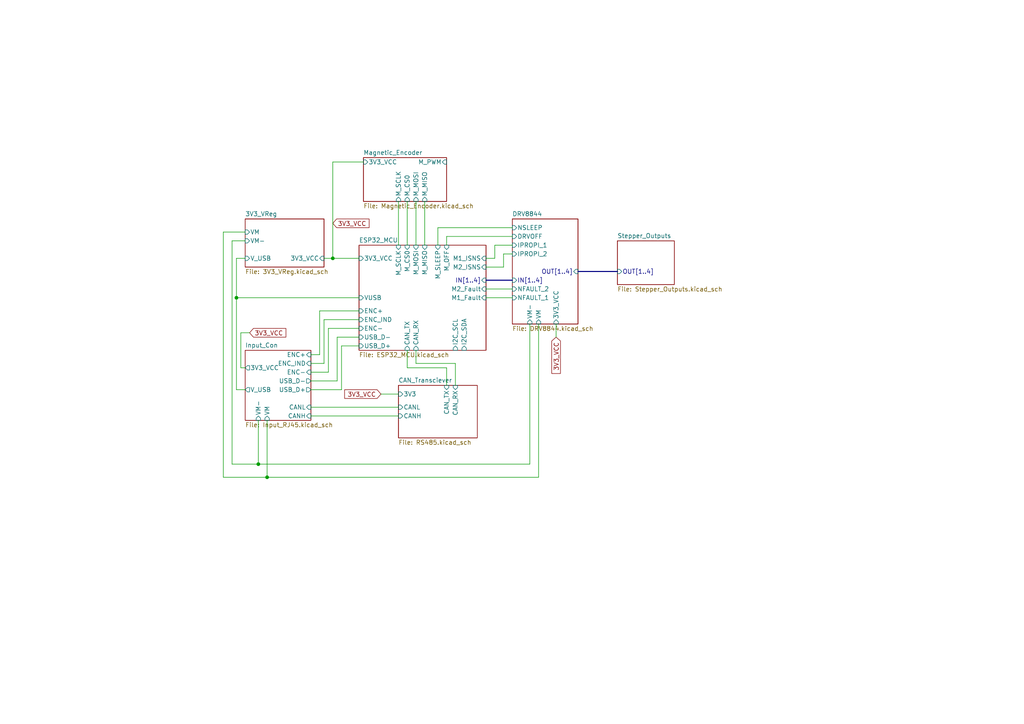
<source format=kicad_sch>
(kicad_sch
	(version 20231120)
	(generator "eeschema")
	(generator_version "8.0")
	(uuid "ab592993-dafc-411a-b466-8e8425f43767")
	(paper "A4")
	(lib_symbols)
	(junction
		(at 77.47 138.43)
		(diameter 0)
		(color 0 0 0 0)
		(uuid "2dbdf8c0-0474-4ad2-8d56-84ba3905a0d4")
	)
	(junction
		(at 96.52 74.93)
		(diameter 0)
		(color 0 0 0 0)
		(uuid "be65843f-c4c1-429d-bd19-075a3fc10091")
	)
	(junction
		(at 74.93 134.62)
		(diameter 0)
		(color 0 0 0 0)
		(uuid "c25271cd-6392-4d64-82e3-22b5c912c643")
	)
	(junction
		(at 68.58 86.36)
		(diameter 0)
		(color 0 0 0 0)
		(uuid "de38df86-096d-4551-adc8-f490a7c31bad")
	)
	(wire
		(pts
			(xy 104.14 97.79) (xy 97.79 97.79)
		)
		(stroke
			(width 0)
			(type default)
		)
		(uuid "06d522e6-e2c3-4907-a334-82d0f67c0fa5")
	)
	(wire
		(pts
			(xy 68.58 74.93) (xy 68.58 86.36)
		)
		(stroke
			(width 0)
			(type default)
		)
		(uuid "0721c6f8-ccd8-4739-aa55-c81b45f78f35")
	)
	(wire
		(pts
			(xy 129.54 106.68) (xy 129.54 111.76)
		)
		(stroke
			(width 0)
			(type default)
		)
		(uuid "07a63e12-417f-4b89-9a10-ec19440a05d8")
	)
	(wire
		(pts
			(xy 69.85 96.52) (xy 69.85 106.68)
		)
		(stroke
			(width 0)
			(type default)
		)
		(uuid "09da7cdb-41b2-4b0e-8dc0-3ffd38ec1750")
	)
	(wire
		(pts
			(xy 120.65 105.41) (xy 132.08 105.41)
		)
		(stroke
			(width 0)
			(type default)
		)
		(uuid "0a3c9737-2581-4f29-8124-a076238c19e4")
	)
	(wire
		(pts
			(xy 68.58 113.03) (xy 71.12 113.03)
		)
		(stroke
			(width 0)
			(type default)
		)
		(uuid "0c784d65-5389-40c1-82bd-9b5ce7f04b49")
	)
	(wire
		(pts
			(xy 129.54 68.58) (xy 148.59 68.58)
		)
		(stroke
			(width 0)
			(type default)
		)
		(uuid "136931db-dff7-4989-827d-76a419467986")
	)
	(wire
		(pts
			(xy 97.79 97.79) (xy 97.79 110.49)
		)
		(stroke
			(width 0)
			(type default)
		)
		(uuid "1421805c-52d3-4acf-8b85-fd7da557fe86")
	)
	(wire
		(pts
			(xy 74.93 121.92) (xy 74.93 134.62)
		)
		(stroke
			(width 0)
			(type default)
		)
		(uuid "1802ecae-9b9c-4bd2-aa2c-336cf4dd5c5a")
	)
	(wire
		(pts
			(xy 104.14 74.93) (xy 96.52 74.93)
		)
		(stroke
			(width 0)
			(type default)
		)
		(uuid "27f05394-22ca-45de-b31f-5d46b66b15d6")
	)
	(wire
		(pts
			(xy 104.14 90.17) (xy 92.71 90.17)
		)
		(stroke
			(width 0)
			(type default)
		)
		(uuid "2a422ff5-0454-4343-8387-e6ed8af6aa4b")
	)
	(wire
		(pts
			(xy 64.77 67.31) (xy 64.77 138.43)
		)
		(stroke
			(width 0)
			(type default)
		)
		(uuid "2c57770e-74bb-4773-9ea3-312807d0ae49")
	)
	(wire
		(pts
			(xy 93.98 92.71) (xy 93.98 105.41)
		)
		(stroke
			(width 0)
			(type default)
		)
		(uuid "2e883a09-1664-4114-ab47-deb706737b81")
	)
	(wire
		(pts
			(xy 120.65 101.6) (xy 120.65 105.41)
		)
		(stroke
			(width 0)
			(type default)
		)
		(uuid "3195ad9e-909e-4f30-ab49-e757394ecc5f")
	)
	(wire
		(pts
			(xy 95.25 107.95) (xy 90.17 107.95)
		)
		(stroke
			(width 0)
			(type default)
		)
		(uuid "3d1df7ac-73fe-4f3d-aad3-6f5d59d0a4bc")
	)
	(wire
		(pts
			(xy 118.11 101.6) (xy 118.11 106.68)
		)
		(stroke
			(width 0)
			(type default)
		)
		(uuid "498a67ad-bc07-440d-9049-673373ae238d")
	)
	(wire
		(pts
			(xy 93.98 74.93) (xy 96.52 74.93)
		)
		(stroke
			(width 0)
			(type default)
		)
		(uuid "5af06905-1b39-4ae0-bbfc-b0144e415830")
	)
	(wire
		(pts
			(xy 123.19 58.42) (xy 123.19 71.12)
		)
		(stroke
			(width 0)
			(type default)
		)
		(uuid "5b6b99f4-5d1b-40c4-8d65-7db1735157b5")
	)
	(wire
		(pts
			(xy 92.71 90.17) (xy 92.71 102.87)
		)
		(stroke
			(width 0)
			(type default)
		)
		(uuid "5e865939-2d04-47ef-9b19-c2de56287947")
	)
	(wire
		(pts
			(xy 96.52 46.99) (xy 105.41 46.99)
		)
		(stroke
			(width 0)
			(type default)
		)
		(uuid "62ceaeb1-6554-4e77-aac4-22a5f7ba1bdc")
	)
	(wire
		(pts
			(xy 90.17 120.65) (xy 115.57 120.65)
		)
		(stroke
			(width 0)
			(type default)
		)
		(uuid "6767032b-5915-4962-9b77-e97ce5a82c1d")
	)
	(wire
		(pts
			(xy 99.06 100.33) (xy 99.06 113.03)
		)
		(stroke
			(width 0)
			(type default)
		)
		(uuid "6fc929dd-42df-4378-a62a-899fe5d6fdd1")
	)
	(wire
		(pts
			(xy 143.51 71.12) (xy 148.59 71.12)
		)
		(stroke
			(width 0)
			(type default)
		)
		(uuid "770d25e2-8f6a-4baf-b762-05f2e4afac7d")
	)
	(wire
		(pts
			(xy 132.08 105.41) (xy 132.08 111.76)
		)
		(stroke
			(width 0)
			(type default)
		)
		(uuid "777a824e-250c-4b2a-9936-7c1c9656c310")
	)
	(wire
		(pts
			(xy 118.11 58.42) (xy 118.11 71.12)
		)
		(stroke
			(width 0)
			(type default)
		)
		(uuid "7a271bfc-bfa1-4dba-b552-cb6e13e4e845")
	)
	(wire
		(pts
			(xy 77.47 138.43) (xy 156.21 138.43)
		)
		(stroke
			(width 0)
			(type default)
		)
		(uuid "7b0f4ecd-d895-48d5-aa6b-3f4798bccff9")
	)
	(wire
		(pts
			(xy 92.71 102.87) (xy 90.17 102.87)
		)
		(stroke
			(width 0)
			(type default)
		)
		(uuid "7f63a0c4-2cab-45ab-9c4a-f330059db122")
	)
	(wire
		(pts
			(xy 115.57 58.42) (xy 115.57 71.12)
		)
		(stroke
			(width 0)
			(type default)
		)
		(uuid "804a64f5-213e-4142-b665-7f6730f6866a")
	)
	(bus
		(pts
			(xy 167.64 78.74) (xy 179.07 78.74)
		)
		(stroke
			(width 0)
			(type default)
		)
		(uuid "867c971c-2561-4ed4-a697-7cedb4fc6290")
	)
	(wire
		(pts
			(xy 104.14 100.33) (xy 99.06 100.33)
		)
		(stroke
			(width 0)
			(type default)
		)
		(uuid "86a604bc-0d7b-48da-bdab-6579b46422f3")
	)
	(wire
		(pts
			(xy 68.58 86.36) (xy 68.58 113.03)
		)
		(stroke
			(width 0)
			(type default)
		)
		(uuid "8b365eb9-07f6-4c1f-8f88-aad1289dae3c")
	)
	(wire
		(pts
			(xy 146.05 73.66) (xy 148.59 73.66)
		)
		(stroke
			(width 0)
			(type default)
		)
		(uuid "8dd6bbac-b920-44f9-b1c0-8b45346e5da3")
	)
	(wire
		(pts
			(xy 140.97 74.93) (xy 143.51 74.93)
		)
		(stroke
			(width 0)
			(type default)
		)
		(uuid "8ec3b624-4de2-48f3-abe5-b54ee1862bb0")
	)
	(wire
		(pts
			(xy 104.14 92.71) (xy 93.98 92.71)
		)
		(stroke
			(width 0)
			(type default)
		)
		(uuid "965c8a32-9e2e-4eae-a966-0ebb114f1b5d")
	)
	(wire
		(pts
			(xy 68.58 86.36) (xy 104.14 86.36)
		)
		(stroke
			(width 0)
			(type default)
		)
		(uuid "981a2ebb-b3d9-44bd-8914-a5707bef17a4")
	)
	(wire
		(pts
			(xy 110.49 114.3) (xy 115.57 114.3)
		)
		(stroke
			(width 0)
			(type default)
		)
		(uuid "98c17dc2-5cfd-4504-920b-2f467df5169c")
	)
	(wire
		(pts
			(xy 140.97 86.36) (xy 148.59 86.36)
		)
		(stroke
			(width 0)
			(type default)
		)
		(uuid "9b6acf08-80d2-42f2-bb9c-3267dcf30aba")
	)
	(wire
		(pts
			(xy 97.79 110.49) (xy 90.17 110.49)
		)
		(stroke
			(width 0)
			(type default)
		)
		(uuid "a10ce9d8-b79d-4814-ba03-0d5ebac0bf75")
	)
	(wire
		(pts
			(xy 67.31 69.85) (xy 67.31 134.62)
		)
		(stroke
			(width 0)
			(type default)
		)
		(uuid "a4e5b0a5-a147-46cc-9c24-8bf8032fbc3a")
	)
	(wire
		(pts
			(xy 72.39 96.52) (xy 69.85 96.52)
		)
		(stroke
			(width 0)
			(type default)
		)
		(uuid "a5167b61-ccd2-43ca-a531-68362fd7ea27")
	)
	(bus
		(pts
			(xy 140.97 81.28) (xy 148.59 81.28)
		)
		(stroke
			(width 0)
			(type default)
		)
		(uuid "ab59b097-b146-482a-88cf-5c459ede6ea5")
	)
	(wire
		(pts
			(xy 118.11 106.68) (xy 129.54 106.68)
		)
		(stroke
			(width 0)
			(type default)
		)
		(uuid "ab9c8a8d-8f63-4415-a42a-0c47ac918e68")
	)
	(wire
		(pts
			(xy 96.52 46.99) (xy 96.52 74.93)
		)
		(stroke
			(width 0)
			(type default)
		)
		(uuid "adbf4baf-03e6-49c3-8bc0-1147f399cd2b")
	)
	(wire
		(pts
			(xy 90.17 118.11) (xy 115.57 118.11)
		)
		(stroke
			(width 0)
			(type default)
		)
		(uuid "b22968bf-12e9-441f-ab1b-157a2b4f974a")
	)
	(wire
		(pts
			(xy 104.14 95.25) (xy 95.25 95.25)
		)
		(stroke
			(width 0)
			(type default)
		)
		(uuid "b3eef9f8-9d36-4783-8da4-fc6085376c47")
	)
	(wire
		(pts
			(xy 153.67 134.62) (xy 153.67 93.98)
		)
		(stroke
			(width 0)
			(type default)
		)
		(uuid "b670ba66-6e81-41bd-9de5-0413364bcf94")
	)
	(wire
		(pts
			(xy 69.85 106.68) (xy 71.12 106.68)
		)
		(stroke
			(width 0)
			(type default)
		)
		(uuid "b849824a-e37f-4046-868d-be6bff91cf16")
	)
	(wire
		(pts
			(xy 64.77 138.43) (xy 77.47 138.43)
		)
		(stroke
			(width 0)
			(type default)
		)
		(uuid "c1904aa6-2335-44a5-8cfd-4929eaafd69f")
	)
	(wire
		(pts
			(xy 127 66.04) (xy 148.59 66.04)
		)
		(stroke
			(width 0)
			(type default)
		)
		(uuid "c6ddc749-101d-4360-bb54-0c18edec6374")
	)
	(wire
		(pts
			(xy 140.97 83.82) (xy 148.59 83.82)
		)
		(stroke
			(width 0)
			(type default)
		)
		(uuid "caf59733-3408-4817-9ac6-750f0a74faa0")
	)
	(wire
		(pts
			(xy 143.51 74.93) (xy 143.51 71.12)
		)
		(stroke
			(width 0)
			(type default)
		)
		(uuid "cd21b827-3f8c-45a2-9083-2bd1e7761487")
	)
	(wire
		(pts
			(xy 146.05 77.47) (xy 146.05 73.66)
		)
		(stroke
			(width 0)
			(type default)
		)
		(uuid "cf3cf7c3-8f30-42cd-9ff1-51e72697cb53")
	)
	(wire
		(pts
			(xy 95.25 95.25) (xy 95.25 107.95)
		)
		(stroke
			(width 0)
			(type default)
		)
		(uuid "d5ec19c1-6982-44d3-876c-201701bfff3a")
	)
	(wire
		(pts
			(xy 74.93 134.62) (xy 153.67 134.62)
		)
		(stroke
			(width 0)
			(type default)
		)
		(uuid "e00af5d0-b58b-4238-8866-d6f2fdecd79a")
	)
	(wire
		(pts
			(xy 77.47 121.92) (xy 77.47 138.43)
		)
		(stroke
			(width 0)
			(type default)
		)
		(uuid "e0e1346b-6b27-4d38-9fc8-ff7be2303966")
	)
	(wire
		(pts
			(xy 129.54 71.12) (xy 129.54 68.58)
		)
		(stroke
			(width 0)
			(type default)
		)
		(uuid "e2963d2f-3d07-44e6-9bbf-fcdf883e7aec")
	)
	(wire
		(pts
			(xy 127 71.12) (xy 127 66.04)
		)
		(stroke
			(width 0)
			(type default)
		)
		(uuid "e447967c-43ad-4b61-86e9-6e9153cb5afb")
	)
	(wire
		(pts
			(xy 156.21 138.43) (xy 156.21 93.98)
		)
		(stroke
			(width 0)
			(type default)
		)
		(uuid "e4e814ce-2136-4331-8dd6-391617fb51c6")
	)
	(wire
		(pts
			(xy 161.29 93.98) (xy 161.29 97.79)
		)
		(stroke
			(width 0)
			(type default)
		)
		(uuid "e5244f08-4e80-4ddc-9cfb-894c042f4e1a")
	)
	(wire
		(pts
			(xy 99.06 113.03) (xy 90.17 113.03)
		)
		(stroke
			(width 0)
			(type default)
		)
		(uuid "e93d80ed-4441-4054-81ec-a2cde613b339")
	)
	(wire
		(pts
			(xy 93.98 105.41) (xy 90.17 105.41)
		)
		(stroke
			(width 0)
			(type default)
		)
		(uuid "ecc89f34-4ca0-484c-8ced-d831e69e7dca")
	)
	(wire
		(pts
			(xy 71.12 74.93) (xy 68.58 74.93)
		)
		(stroke
			(width 0)
			(type default)
		)
		(uuid "ee261595-9732-4818-a5b2-f79631fd7cbf")
	)
	(wire
		(pts
			(xy 120.65 58.42) (xy 120.65 71.12)
		)
		(stroke
			(width 0)
			(type default)
		)
		(uuid "f3cb3a2b-7c9c-47c0-8d04-ced7af9bb06e")
	)
	(wire
		(pts
			(xy 140.97 77.47) (xy 146.05 77.47)
		)
		(stroke
			(width 0)
			(type default)
		)
		(uuid "f46f29a8-8554-4718-a7f1-4b41236df647")
	)
	(wire
		(pts
			(xy 71.12 69.85) (xy 67.31 69.85)
		)
		(stroke
			(width 0)
			(type default)
		)
		(uuid "f6bdcb9a-0a27-41ec-bdb8-e7fded65336e")
	)
	(wire
		(pts
			(xy 67.31 134.62) (xy 74.93 134.62)
		)
		(stroke
			(width 0)
			(type default)
		)
		(uuid "f743e353-4fec-4a4f-84f3-2cfe5120ed86")
	)
	(wire
		(pts
			(xy 71.12 67.31) (xy 64.77 67.31)
		)
		(stroke
			(width 0)
			(type default)
		)
		(uuid "fe511bc3-83e8-4236-85b3-757dd4f25af5")
	)
	(global_label "3V3_VCC"
		(shape input)
		(at 161.29 97.79 270)
		(fields_autoplaced yes)
		(effects
			(font
				(size 1.27 1.27)
			)
			(justify right)
		)
		(uuid "14af8e95-bf7a-4917-b6af-ada412bb9eb6")
		(property "Intersheetrefs" "${INTERSHEET_REFS}"
			(at 161.29 108.879 90)
			(effects
				(font
					(size 1.27 1.27)
				)
				(justify right)
				(hide yes)
			)
		)
	)
	(global_label "3V3_VCC"
		(shape input)
		(at 72.39 96.52 0)
		(fields_autoplaced yes)
		(effects
			(font
				(size 1.27 1.27)
			)
			(justify left)
		)
		(uuid "18481fba-ae0b-438b-aa2a-444dbb862c76")
		(property "Intersheetrefs" "${INTERSHEET_REFS}"
			(at 83.479 96.52 0)
			(effects
				(font
					(size 1.27 1.27)
				)
				(justify left)
				(hide yes)
			)
		)
	)
	(global_label "3V3_VCC"
		(shape input)
		(at 96.52 64.77 0)
		(fields_autoplaced yes)
		(effects
			(font
				(size 1.27 1.27)
			)
			(justify left)
		)
		(uuid "7d75a034-5da0-4812-9dff-5c339651a922")
		(property "Intersheetrefs" "${INTERSHEET_REFS}"
			(at 107.609 64.77 0)
			(effects
				(font
					(size 1.27 1.27)
				)
				(justify left)
				(hide yes)
			)
		)
	)
	(global_label "3V3_VCC"
		(shape input)
		(at 110.49 114.3 180)
		(fields_autoplaced yes)
		(effects
			(font
				(size 1.27 1.27)
			)
			(justify right)
		)
		(uuid "b0118387-337b-4b3f-9d4e-15b6449a0951")
		(property "Intersheetrefs" "${INTERSHEET_REFS}"
			(at 99.401 114.3 0)
			(effects
				(font
					(size 1.27 1.27)
				)
				(justify right)
				(hide yes)
			)
		)
	)
	(sheet
		(at 71.12 101.6)
		(size 19.05 20.32)
		(fields_autoplaced yes)
		(stroke
			(width 0.1524)
			(type solid)
		)
		(fill
			(color 0 0 0 0.0000)
		)
		(uuid "1bafc6f7-07ea-452b-8b4f-66f8063c8934")
		(property "Sheetname" "Input_Con"
			(at 71.12 100.8884 0)
			(effects
				(font
					(size 1.27 1.27)
				)
				(justify left bottom)
			)
		)
		(property "Sheetfile" "Input_RJ45.kicad_sch"
			(at 71.12 122.5046 0)
			(effects
				(font
					(size 1.27 1.27)
				)
				(justify left top)
			)
		)
		(pin "VM" input
			(at 77.47 121.92 270)
			(effects
				(font
					(size 1.27 1.27)
				)
				(justify left)
			)
			(uuid "1140850a-3343-4b1e-8260-8d70f6306dd1")
		)
		(pin "VM-" input
			(at 74.93 121.92 270)
			(effects
				(font
					(size 1.27 1.27)
				)
				(justify left)
			)
			(uuid "0f9c25ac-4a2f-4e3e-808b-83bdd6294ea8")
		)
		(pin "CANL" input
			(at 90.17 118.11 0)
			(effects
				(font
					(size 1.27 1.27)
				)
				(justify right)
			)
			(uuid "3bb62567-73ab-4712-ac96-68bbae6809aa")
		)
		(pin "CANH" input
			(at 90.17 120.65 0)
			(effects
				(font
					(size 1.27 1.27)
				)
				(justify right)
			)
			(uuid "fcb1e379-073e-426c-bc30-6da3bf79af14")
		)
		(pin "V_USB" output
			(at 71.12 113.03 180)
			(effects
				(font
					(size 1.27 1.27)
				)
				(justify left)
			)
			(uuid "08bbca1a-441d-4266-addf-f322078d12ba")
		)
		(pin "USB_D+" output
			(at 90.17 113.03 0)
			(effects
				(font
					(size 1.27 1.27)
				)
				(justify right)
			)
			(uuid "14abaf0a-df1b-4f00-ae29-603af02b04da")
		)
		(pin "USB_D-" output
			(at 90.17 110.49 0)
			(effects
				(font
					(size 1.27 1.27)
				)
				(justify right)
			)
			(uuid "f955ded7-cb94-4f86-aa34-b0ad2b6fb792")
		)
		(pin "ENC-" input
			(at 90.17 107.95 0)
			(effects
				(font
					(size 1.27 1.27)
				)
				(justify right)
			)
			(uuid "e47d6458-9b13-40ef-bfb4-8b84450a6a9e")
		)
		(pin "ENC_IND" input
			(at 90.17 105.41 0)
			(effects
				(font
					(size 1.27 1.27)
				)
				(justify right)
			)
			(uuid "199597e1-5c13-4c56-9bba-2e02008faf07")
		)
		(pin "ENC+" input
			(at 90.17 102.87 0)
			(effects
				(font
					(size 1.27 1.27)
				)
				(justify right)
			)
			(uuid "eeace12a-0b65-4282-b61f-4947c6b61542")
		)
		(pin "3V3_VCC" output
			(at 71.12 106.68 180)
			(effects
				(font
					(size 1.27 1.27)
				)
				(justify left)
			)
			(uuid "90e025d0-0d67-4fc1-9401-77418089f990")
		)
		(instances
			(project "IntegratedStepper"
				(path "/ab592993-dafc-411a-b466-8e8425f43767"
					(page "7")
				)
			)
		)
	)
	(sheet
		(at 179.07 69.85)
		(size 16.51 12.7)
		(fields_autoplaced yes)
		(stroke
			(width 0.1524)
			(type solid)
		)
		(fill
			(color 0 0 0 0.0000)
		)
		(uuid "43bbe4fd-5a99-4112-a855-d9b549a4340b")
		(property "Sheetname" "Stepper_Outputs"
			(at 179.07 69.1384 0)
			(effects
				(font
					(size 1.27 1.27)
				)
				(justify left bottom)
			)
		)
		(property "Sheetfile" "Stepper_Outputs.kicad_sch"
			(at 179.07 83.1346 0)
			(effects
				(font
					(size 1.27 1.27)
				)
				(justify left top)
			)
		)
		(pin "OUT[1..4]" input
			(at 179.07 78.74 180)
			(effects
				(font
					(size 1.27 1.27)
				)
				(justify left)
			)
			(uuid "2baa762a-6645-4ad1-a0c6-4c7c8c3b7ad3")
		)
		(instances
			(project "IntegratedStepper"
				(path "/ab592993-dafc-411a-b466-8e8425f43767"
					(page "8")
				)
			)
		)
	)
	(sheet
		(at 148.59 63.5)
		(size 19.05 30.48)
		(fields_autoplaced yes)
		(stroke
			(width 0.1524)
			(type solid)
		)
		(fill
			(color 0 0 0 0.0000)
		)
		(uuid "629c76d2-6f66-4ca5-9833-9cfbfc13e6ac")
		(property "Sheetname" "DRV8844"
			(at 148.59 62.7884 0)
			(effects
				(font
					(size 1.27 1.27)
				)
				(justify left bottom)
			)
		)
		(property "Sheetfile" "DRV8844.kicad_sch"
			(at 148.59 94.5646 0)
			(effects
				(font
					(size 1.27 1.27)
				)
				(justify left top)
			)
		)
		(pin "VM-" input
			(at 153.67 93.98 270)
			(effects
				(font
					(size 1.27 1.27)
				)
				(justify left)
			)
			(uuid "7f57cda8-0575-4df8-90ea-930a885d1e30")
		)
		(pin "VM" input
			(at 156.21 93.98 270)
			(effects
				(font
					(size 1.27 1.27)
				)
				(justify left)
			)
			(uuid "e58896e0-ce06-42e5-9112-ef92589b8875")
		)
		(pin "IN[1..4]" input
			(at 148.59 81.28 180)
			(effects
				(font
					(size 1.27 1.27)
				)
				(justify left)
			)
			(uuid "03254f50-1928-4a65-8a6c-55cadd1a42a7")
		)
		(pin "OUT[1..4]" input
			(at 167.64 78.74 0)
			(effects
				(font
					(size 1.27 1.27)
				)
				(justify right)
			)
			(uuid "1439ccfd-3ed2-4194-94b2-d43a4d8a86d2")
		)
		(pin "3V3_VCC" input
			(at 161.29 93.98 270)
			(effects
				(font
					(size 1.27 1.27)
				)
				(justify left)
			)
			(uuid "83ceb30b-6f56-4ab0-b25d-0525c23d308f")
		)
		(pin "NFAULT_1" input
			(at 148.59 86.36 180)
			(effects
				(font
					(size 1.27 1.27)
				)
				(justify left)
			)
			(uuid "e0433150-1a29-458b-ab20-2d6bc7442d8a")
		)
		(pin "IPROPI_2" input
			(at 148.59 73.66 180)
			(effects
				(font
					(size 1.27 1.27)
				)
				(justify left)
			)
			(uuid "75277674-bd66-4144-b0ab-0471cecb4679")
		)
		(pin "NFAULT_2" input
			(at 148.59 83.82 180)
			(effects
				(font
					(size 1.27 1.27)
				)
				(justify left)
			)
			(uuid "cfa0220d-1644-4708-8d8d-ffe40251b3c0")
		)
		(pin "IPROPI_1" input
			(at 148.59 71.12 180)
			(effects
				(font
					(size 1.27 1.27)
				)
				(justify left)
			)
			(uuid "cd6eb39b-4266-44e4-b037-d7d71425d340")
		)
		(pin "NSLEEP" input
			(at 148.59 66.04 180)
			(effects
				(font
					(size 1.27 1.27)
				)
				(justify left)
			)
			(uuid "2d944093-5b19-40bc-b8a2-1ec0f9eff7ce")
		)
		(pin "DRVOFF" input
			(at 148.59 68.58 180)
			(effects
				(font
					(size 1.27 1.27)
				)
				(justify left)
			)
			(uuid "dde2ab02-d6bb-411d-aead-dd05c48ec88a")
		)
		(instances
			(project "IntegratedStepper"
				(path "/ab592993-dafc-411a-b466-8e8425f43767"
					(page "2")
				)
			)
		)
	)
	(sheet
		(at 105.41 45.72)
		(size 24.13 12.7)
		(fields_autoplaced yes)
		(stroke
			(width 0.1524)
			(type solid)
		)
		(fill
			(color 0 0 0 0.0000)
		)
		(uuid "6da1971f-08c3-4e21-a92d-fad67e956a56")
		(property "Sheetname" "Magnetic_Encoder"
			(at 105.41 45.0084 0)
			(effects
				(font
					(size 1.27 1.27)
				)
				(justify left bottom)
			)
		)
		(property "Sheetfile" "Magnetic_Encoder.kicad_sch"
			(at 105.41 59.0046 0)
			(effects
				(font
					(size 1.27 1.27)
				)
				(justify left top)
			)
		)
		(pin "M_PWM" input
			(at 129.54 46.99 0)
			(effects
				(font
					(size 1.27 1.27)
				)
				(justify right)
			)
			(uuid "cb976376-23bf-4f59-b379-724d5794e929")
		)
		(pin "3V3_VCC" input
			(at 105.41 46.99 180)
			(effects
				(font
					(size 1.27 1.27)
				)
				(justify left)
			)
			(uuid "0e0a678e-cc9b-4dc8-a0c2-d288d6cc8103")
		)
		(pin "M_MOSI" input
			(at 120.65 58.42 270)
			(effects
				(font
					(size 1.27 1.27)
				)
				(justify left)
			)
			(uuid "2275abed-0e2c-4ae3-84c4-842becda3c72")
		)
		(pin "M_SCLK" input
			(at 115.57 58.42 270)
			(effects
				(font
					(size 1.27 1.27)
				)
				(justify left)
			)
			(uuid "9c701a93-e837-4182-b5a3-1a43a5a8255c")
		)
		(pin "M_CS0" input
			(at 118.11 58.42 270)
			(effects
				(font
					(size 1.27 1.27)
				)
				(justify left)
			)
			(uuid "bf78e423-c414-455b-9ce7-754fa1025e32")
		)
		(pin "M_MISO" input
			(at 123.19 58.42 270)
			(effects
				(font
					(size 1.27 1.27)
				)
				(justify left)
			)
			(uuid "0009a698-8d3f-4190-83da-7d89427b7368")
		)
		(instances
			(project "IntegratedStepper"
				(path "/ab592993-dafc-411a-b466-8e8425f43767"
					(page "6")
				)
			)
		)
	)
	(sheet
		(at 104.14 71.12)
		(size 36.83 30.48)
		(fields_autoplaced yes)
		(stroke
			(width 0.1524)
			(type solid)
		)
		(fill
			(color 0 0 0 0.0000)
		)
		(uuid "b9563b8e-97b8-4046-b1ec-b1f0622bda15")
		(property "Sheetname" "ESP32_MCU"
			(at 104.14 70.4084 0)
			(effects
				(font
					(size 1.27 1.27)
				)
				(justify left bottom)
			)
		)
		(property "Sheetfile" "ESP32_MCU.kicad_sch"
			(at 104.14 102.1846 0)
			(effects
				(font
					(size 1.27 1.27)
				)
				(justify left top)
			)
		)
		(pin "I2C_SCL" input
			(at 132.08 101.6 270)
			(effects
				(font
					(size 1.27 1.27)
				)
				(justify left)
			)
			(uuid "5813e033-0d2e-4ea3-ad66-0896c64b89b1")
		)
		(pin "ENC+" input
			(at 104.14 90.17 180)
			(effects
				(font
					(size 1.27 1.27)
				)
				(justify left)
			)
			(uuid "e2e8b8ca-90b3-455a-a5af-91263b4485a3")
		)
		(pin "I2C_SDA" input
			(at 134.62 101.6 270)
			(effects
				(font
					(size 1.27 1.27)
				)
				(justify left)
			)
			(uuid "2ef1e141-2e86-4122-8693-a4e1352e4aab")
		)
		(pin "ENC-" input
			(at 104.14 95.25 180)
			(effects
				(font
					(size 1.27 1.27)
				)
				(justify left)
			)
			(uuid "a7d88ff7-6b78-4a9c-9964-194e34400162")
		)
		(pin "3V3_VCC" input
			(at 104.14 74.93 180)
			(effects
				(font
					(size 1.27 1.27)
				)
				(justify left)
			)
			(uuid "8d6f38d5-0827-44ed-a7a4-23fa0c7d94f2")
		)
		(pin "USB_D-" input
			(at 104.14 97.79 180)
			(effects
				(font
					(size 1.27 1.27)
				)
				(justify left)
			)
			(uuid "5ca00091-bbda-4dac-a2af-5fccd2e9b56a")
		)
		(pin "USB_D+" input
			(at 104.14 100.33 180)
			(effects
				(font
					(size 1.27 1.27)
				)
				(justify left)
			)
			(uuid "85bbcd51-190a-4fd1-8c21-f38bbab30cdc")
		)
		(pin "ENC_IND" input
			(at 104.14 92.71 180)
			(effects
				(font
					(size 1.27 1.27)
				)
				(justify left)
			)
			(uuid "fcb6350c-3a4f-4b72-9186-e4a1bcc82962")
		)
		(pin "IN[1..4]" input
			(at 140.97 81.28 0)
			(effects
				(font
					(size 1.27 1.27)
				)
				(justify right)
			)
			(uuid "d01a591b-a3d6-4fe6-8e7e-9fa579b765ec")
		)
		(pin "VUSB" input
			(at 104.14 86.36 180)
			(effects
				(font
					(size 1.27 1.27)
				)
				(justify left)
			)
			(uuid "564b3965-549e-4bbe-8216-3c3a031a9ed5")
		)
		(pin "M_CS0" input
			(at 118.11 71.12 90)
			(effects
				(font
					(size 1.27 1.27)
				)
				(justify right)
			)
			(uuid "aa765147-b872-4153-b092-bbca6ccf22fa")
		)
		(pin "M_MOSI" input
			(at 120.65 71.12 90)
			(effects
				(font
					(size 1.27 1.27)
				)
				(justify right)
			)
			(uuid "313b1e9a-00d5-4f07-8a4d-3554213ce90d")
		)
		(pin "M_MISO" input
			(at 123.19 71.12 90)
			(effects
				(font
					(size 1.27 1.27)
				)
				(justify right)
			)
			(uuid "5881a464-ab07-471c-a31a-ebd68409fe04")
		)
		(pin "M_SCLK" input
			(at 115.57 71.12 90)
			(effects
				(font
					(size 1.27 1.27)
				)
				(justify right)
			)
			(uuid "a0e4c198-d906-4c5e-9bb8-ab7892d02057")
		)
		(pin "CAN_TX" input
			(at 118.11 101.6 270)
			(effects
				(font
					(size 1.27 1.27)
				)
				(justify left)
			)
			(uuid "2ba52a86-e69f-4fc4-8d2a-d038fb326dd7")
		)
		(pin "CAN_RX" input
			(at 120.65 101.6 270)
			(effects
				(font
					(size 1.27 1.27)
				)
				(justify left)
			)
			(uuid "f1fb82a7-a50a-4f9f-91f0-884cf6360198")
		)
		(pin "M2_ISNS" input
			(at 140.97 77.47 0)
			(effects
				(font
					(size 1.27 1.27)
				)
				(justify right)
			)
			(uuid "7ab760c8-14bc-4f7f-94cd-37613929ecfc")
		)
		(pin "M1_ISNS" input
			(at 140.97 74.93 0)
			(effects
				(font
					(size 1.27 1.27)
				)
				(justify right)
			)
			(uuid "fcce284e-7950-4228-8395-41db186000a4")
		)
		(pin "M1_Fault" input
			(at 140.97 86.36 0)
			(effects
				(font
					(size 1.27 1.27)
				)
				(justify right)
			)
			(uuid "0975151e-5502-4ee5-8f95-af77d976db68")
		)
		(pin "M2_Fault" input
			(at 140.97 83.82 0)
			(effects
				(font
					(size 1.27 1.27)
				)
				(justify right)
			)
			(uuid "a1d8d98a-e1c9-4512-ba9f-37d9d0a98676")
		)
		(pin "M_OFF" input
			(at 129.54 71.12 90)
			(effects
				(font
					(size 1.27 1.27)
				)
				(justify right)
			)
			(uuid "3d86d957-f216-49be-bd88-8076739f309d")
		)
		(pin "M_SLEEP" input
			(at 127 71.12 90)
			(effects
				(font
					(size 1.27 1.27)
				)
				(justify right)
			)
			(uuid "e856be4a-0ff0-48fa-bed4-5c0941ca2ece")
		)
		(instances
			(project "IntegratedStepper"
				(path "/ab592993-dafc-411a-b466-8e8425f43767"
					(page "3")
				)
			)
		)
	)
	(sheet
		(at 71.12 63.5)
		(size 22.86 13.97)
		(fields_autoplaced yes)
		(stroke
			(width 0.1524)
			(type solid)
		)
		(fill
			(color 0 0 0 0.0000)
		)
		(uuid "d5a65a76-d2a9-4a70-8b8b-adaaf9a3d4cb")
		(property "Sheetname" "3V3_VReg"
			(at 71.12 62.7884 0)
			(effects
				(font
					(size 1.27 1.27)
				)
				(justify left bottom)
			)
		)
		(property "Sheetfile" "3V3_VReg.kicad_sch"
			(at 71.12 78.0546 0)
			(effects
				(font
					(size 1.27 1.27)
				)
				(justify left top)
			)
		)
		(pin "3V3_VCC" input
			(at 93.98 74.93 0)
			(effects
				(font
					(size 1.27 1.27)
				)
				(justify right)
			)
			(uuid "102707f0-f2e2-430d-900a-281c14faa5f4")
		)
		(pin "V_USB" input
			(at 71.12 74.93 180)
			(effects
				(font
					(size 1.27 1.27)
				)
				(justify left)
			)
			(uuid "0ee6d0f0-ac1d-4d1f-a249-13b904d39892")
		)
		(pin "VM" input
			(at 71.12 67.31 180)
			(effects
				(font
					(size 1.27 1.27)
				)
				(justify left)
			)
			(uuid "1d6d3420-dfd1-40be-8674-c6e943fdba8f")
		)
		(pin "VM-" input
			(at 71.12 69.85 180)
			(effects
				(font
					(size 1.27 1.27)
				)
				(justify left)
			)
			(uuid "6fa9b801-aeed-45f9-95c6-deb8179320a0")
		)
		(instances
			(project "IntegratedStepper"
				(path "/ab592993-dafc-411a-b466-8e8425f43767"
					(page "4")
				)
			)
		)
	)
	(sheet
		(at 115.57 111.76)
		(size 22.86 15.24)
		(fields_autoplaced yes)
		(stroke
			(width 0.1524)
			(type solid)
		)
		(fill
			(color 0 0 0 0.0000)
		)
		(uuid "f6cdbece-6675-4a06-843f-4c3f5c22b49a")
		(property "Sheetname" "CAN_Transciever"
			(at 115.57 111.0484 0)
			(effects
				(font
					(size 1.27 1.27)
				)
				(justify left bottom)
			)
		)
		(property "Sheetfile" "RS485.kicad_sch"
			(at 115.57 127.5846 0)
			(effects
				(font
					(size 1.27 1.27)
				)
				(justify left top)
			)
		)
		(pin "3V3" input
			(at 115.57 114.3 180)
			(effects
				(font
					(size 1.27 1.27)
				)
				(justify left)
			)
			(uuid "e0ef17ff-88f2-4d08-bfe0-6bf306c3ca5a")
		)
		(pin "CANL" input
			(at 115.57 118.11 180)
			(effects
				(font
					(size 1.27 1.27)
				)
				(justify left)
			)
			(uuid "608a9a22-f84b-4b1e-be02-ff87d803989f")
		)
		(pin "CANH" input
			(at 115.57 120.65 180)
			(effects
				(font
					(size 1.27 1.27)
				)
				(justify left)
			)
			(uuid "1bca3b53-6fce-4a4c-a334-9931d4d8ccb3")
		)
		(pin "CAN_TX" input
			(at 129.54 111.76 90)
			(effects
				(font
					(size 1.27 1.27)
				)
				(justify right)
			)
			(uuid "55a15389-2559-4cca-9c3f-19d7f9af29ac")
		)
		(pin "CAN_RX" input
			(at 132.08 111.76 90)
			(effects
				(font
					(size 1.27 1.27)
				)
				(justify right)
			)
			(uuid "267f2282-8bbd-4a83-80a9-6f6726c4d3be")
		)
		(instances
			(project "IntegratedStepper"
				(path "/ab592993-dafc-411a-b466-8e8425f43767"
					(page "5")
				)
			)
		)
	)
	(sheet_instances
		(path "/"
			(page "1")
		)
	)
)
</source>
